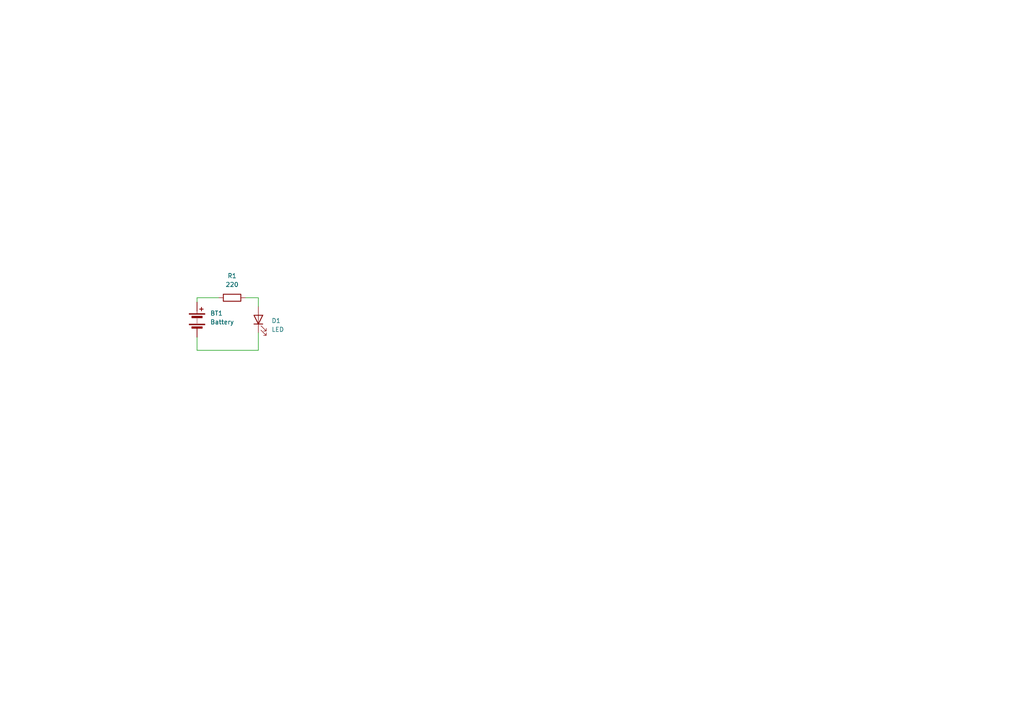
<source format=kicad_sch>
(kicad_sch
	(version 20231120)
	(generator "eeschema")
	(generator_version "8.0")
	(uuid "b1de18d3-cc1a-4078-a7b4-da2a00a7409d")
	(paper "A4")
	(lib_symbols
		(symbol "Device:Battery"
			(pin_numbers hide)
			(pin_names
				(offset 0) hide)
			(exclude_from_sim no)
			(in_bom yes)
			(on_board yes)
			(property "Reference" "BT"
				(at 2.54 2.54 0)
				(effects
					(font
						(size 1.27 1.27)
					)
					(justify left)
				)
			)
			(property "Value" "Battery"
				(at 2.54 0 0)
				(effects
					(font
						(size 1.27 1.27)
					)
					(justify left)
				)
			)
			(property "Footprint" ""
				(at 0 1.524 90)
				(effects
					(font
						(size 1.27 1.27)
					)
					(hide yes)
				)
			)
			(property "Datasheet" "~"
				(at 0 1.524 90)
				(effects
					(font
						(size 1.27 1.27)
					)
					(hide yes)
				)
			)
			(property "Description" "Multiple-cell battery"
				(at 0 0 0)
				(effects
					(font
						(size 1.27 1.27)
					)
					(hide yes)
				)
			)
			(property "ki_keywords" "batt voltage-source cell"
				(at 0 0 0)
				(effects
					(font
						(size 1.27 1.27)
					)
					(hide yes)
				)
			)
			(symbol "Battery_0_1"
				(rectangle
					(start -2.286 -1.27)
					(end 2.286 -1.524)
					(stroke
						(width 0)
						(type default)
					)
					(fill
						(type outline)
					)
				)
				(rectangle
					(start -2.286 1.778)
					(end 2.286 1.524)
					(stroke
						(width 0)
						(type default)
					)
					(fill
						(type outline)
					)
				)
				(rectangle
					(start -1.524 -2.032)
					(end 1.524 -2.54)
					(stroke
						(width 0)
						(type default)
					)
					(fill
						(type outline)
					)
				)
				(rectangle
					(start -1.524 1.016)
					(end 1.524 0.508)
					(stroke
						(width 0)
						(type default)
					)
					(fill
						(type outline)
					)
				)
				(polyline
					(pts
						(xy 0 -1.016) (xy 0 -0.762)
					)
					(stroke
						(width 0)
						(type default)
					)
					(fill
						(type none)
					)
				)
				(polyline
					(pts
						(xy 0 -0.508) (xy 0 -0.254)
					)
					(stroke
						(width 0)
						(type default)
					)
					(fill
						(type none)
					)
				)
				(polyline
					(pts
						(xy 0 0) (xy 0 0.254)
					)
					(stroke
						(width 0)
						(type default)
					)
					(fill
						(type none)
					)
				)
				(polyline
					(pts
						(xy 0 1.778) (xy 0 2.54)
					)
					(stroke
						(width 0)
						(type default)
					)
					(fill
						(type none)
					)
				)
				(polyline
					(pts
						(xy 0.762 3.048) (xy 1.778 3.048)
					)
					(stroke
						(width 0.254)
						(type default)
					)
					(fill
						(type none)
					)
				)
				(polyline
					(pts
						(xy 1.27 3.556) (xy 1.27 2.54)
					)
					(stroke
						(width 0.254)
						(type default)
					)
					(fill
						(type none)
					)
				)
			)
			(symbol "Battery_1_1"
				(pin passive line
					(at 0 5.08 270)
					(length 2.54)
					(name "+"
						(effects
							(font
								(size 1.27 1.27)
							)
						)
					)
					(number "1"
						(effects
							(font
								(size 1.27 1.27)
							)
						)
					)
				)
				(pin passive line
					(at 0 -5.08 90)
					(length 2.54)
					(name "-"
						(effects
							(font
								(size 1.27 1.27)
							)
						)
					)
					(number "2"
						(effects
							(font
								(size 1.27 1.27)
							)
						)
					)
				)
			)
		)
		(symbol "Device:LED"
			(pin_numbers hide)
			(pin_names
				(offset 1.016) hide)
			(exclude_from_sim no)
			(in_bom yes)
			(on_board yes)
			(property "Reference" "D"
				(at 0 2.54 0)
				(effects
					(font
						(size 1.27 1.27)
					)
				)
			)
			(property "Value" "LED"
				(at 0 -2.54 0)
				(effects
					(font
						(size 1.27 1.27)
					)
				)
			)
			(property "Footprint" ""
				(at 0 0 0)
				(effects
					(font
						(size 1.27 1.27)
					)
					(hide yes)
				)
			)
			(property "Datasheet" "~"
				(at 0 0 0)
				(effects
					(font
						(size 1.27 1.27)
					)
					(hide yes)
				)
			)
			(property "Description" "Light emitting diode"
				(at 0 0 0)
				(effects
					(font
						(size 1.27 1.27)
					)
					(hide yes)
				)
			)
			(property "ki_keywords" "LED diode"
				(at 0 0 0)
				(effects
					(font
						(size 1.27 1.27)
					)
					(hide yes)
				)
			)
			(property "ki_fp_filters" "LED* LED_SMD:* LED_THT:*"
				(at 0 0 0)
				(effects
					(font
						(size 1.27 1.27)
					)
					(hide yes)
				)
			)
			(symbol "LED_0_1"
				(polyline
					(pts
						(xy -1.27 -1.27) (xy -1.27 1.27)
					)
					(stroke
						(width 0.254)
						(type default)
					)
					(fill
						(type none)
					)
				)
				(polyline
					(pts
						(xy -1.27 0) (xy 1.27 0)
					)
					(stroke
						(width 0)
						(type default)
					)
					(fill
						(type none)
					)
				)
				(polyline
					(pts
						(xy 1.27 -1.27) (xy 1.27 1.27) (xy -1.27 0) (xy 1.27 -1.27)
					)
					(stroke
						(width 0.254)
						(type default)
					)
					(fill
						(type none)
					)
				)
				(polyline
					(pts
						(xy -3.048 -0.762) (xy -4.572 -2.286) (xy -3.81 -2.286) (xy -4.572 -2.286) (xy -4.572 -1.524)
					)
					(stroke
						(width 0)
						(type default)
					)
					(fill
						(type none)
					)
				)
				(polyline
					(pts
						(xy -1.778 -0.762) (xy -3.302 -2.286) (xy -2.54 -2.286) (xy -3.302 -2.286) (xy -3.302 -1.524)
					)
					(stroke
						(width 0)
						(type default)
					)
					(fill
						(type none)
					)
				)
			)
			(symbol "LED_1_1"
				(pin passive line
					(at -3.81 0 0)
					(length 2.54)
					(name "K"
						(effects
							(font
								(size 1.27 1.27)
							)
						)
					)
					(number "1"
						(effects
							(font
								(size 1.27 1.27)
							)
						)
					)
				)
				(pin passive line
					(at 3.81 0 180)
					(length 2.54)
					(name "A"
						(effects
							(font
								(size 1.27 1.27)
							)
						)
					)
					(number "2"
						(effects
							(font
								(size 1.27 1.27)
							)
						)
					)
				)
			)
		)
		(symbol "Device:R"
			(pin_numbers hide)
			(pin_names
				(offset 0)
			)
			(exclude_from_sim no)
			(in_bom yes)
			(on_board yes)
			(property "Reference" "R"
				(at 2.032 0 90)
				(effects
					(font
						(size 1.27 1.27)
					)
				)
			)
			(property "Value" "R"
				(at 0 0 90)
				(effects
					(font
						(size 1.27 1.27)
					)
				)
			)
			(property "Footprint" ""
				(at -1.778 0 90)
				(effects
					(font
						(size 1.27 1.27)
					)
					(hide yes)
				)
			)
			(property "Datasheet" "~"
				(at 0 0 0)
				(effects
					(font
						(size 1.27 1.27)
					)
					(hide yes)
				)
			)
			(property "Description" "Resistor"
				(at 0 0 0)
				(effects
					(font
						(size 1.27 1.27)
					)
					(hide yes)
				)
			)
			(property "ki_keywords" "R res resistor"
				(at 0 0 0)
				(effects
					(font
						(size 1.27 1.27)
					)
					(hide yes)
				)
			)
			(property "ki_fp_filters" "R_*"
				(at 0 0 0)
				(effects
					(font
						(size 1.27 1.27)
					)
					(hide yes)
				)
			)
			(symbol "R_0_1"
				(rectangle
					(start -1.016 -2.54)
					(end 1.016 2.54)
					(stroke
						(width 0.254)
						(type default)
					)
					(fill
						(type none)
					)
				)
			)
			(symbol "R_1_1"
				(pin passive line
					(at 0 3.81 270)
					(length 1.27)
					(name "~"
						(effects
							(font
								(size 1.27 1.27)
							)
						)
					)
					(number "1"
						(effects
							(font
								(size 1.27 1.27)
							)
						)
					)
				)
				(pin passive line
					(at 0 -3.81 90)
					(length 1.27)
					(name "~"
						(effects
							(font
								(size 1.27 1.27)
							)
						)
					)
					(number "2"
						(effects
							(font
								(size 1.27 1.27)
							)
						)
					)
				)
			)
		)
	)
	(wire
		(pts
			(xy 71.12 86.36) (xy 74.93 86.36)
		)
		(stroke
			(width 0)
			(type default)
		)
		(uuid "3546ef4f-5108-4f1f-9287-92c27b93fb6d")
	)
	(wire
		(pts
			(xy 57.15 86.36) (xy 63.5 86.36)
		)
		(stroke
			(width 0)
			(type default)
		)
		(uuid "5fe44565-f17a-4ee0-a1b7-bb4ddc32d872")
	)
	(wire
		(pts
			(xy 57.15 87.63) (xy 57.15 86.36)
		)
		(stroke
			(width 0)
			(type default)
		)
		(uuid "6836d2a8-0782-4452-adc3-3e4d176dd13d")
	)
	(wire
		(pts
			(xy 74.93 101.6) (xy 57.15 101.6)
		)
		(stroke
			(width 0)
			(type default)
		)
		(uuid "a02d5567-7b8e-4626-8d1d-9c5d316aa8a4")
	)
	(wire
		(pts
			(xy 74.93 96.52) (xy 74.93 101.6)
		)
		(stroke
			(width 0)
			(type default)
		)
		(uuid "a9c0fbbc-bb6e-45bb-88b8-5e86eeb2b5c0")
	)
	(wire
		(pts
			(xy 74.93 86.36) (xy 74.93 88.9)
		)
		(stroke
			(width 0)
			(type default)
		)
		(uuid "aab2253d-9cd2-4529-81e0-02290a23e652")
	)
	(wire
		(pts
			(xy 57.15 101.6) (xy 57.15 97.79)
		)
		(stroke
			(width 0)
			(type default)
		)
		(uuid "f05ad6f6-535d-4f6b-a889-8efa7695574f")
	)
	(symbol
		(lib_id "Device:Battery")
		(at 57.15 92.71 0)
		(unit 1)
		(exclude_from_sim no)
		(in_bom yes)
		(on_board yes)
		(dnp no)
		(uuid "340ef817-e9c8-48aa-9f93-668d317b6d77")
		(property "Reference" "BT1"
			(at 60.96 90.8684 0)
			(effects
				(font
					(size 1.27 1.27)
				)
				(justify left)
			)
		)
		(property "Value" "Battery"
			(at 60.96 93.4084 0)
			(effects
				(font
					(size 1.27 1.27)
				)
				(justify left)
			)
		)
		(property "Footprint" "Battery:BatteryHolder_Keystone_1060_1x2032"
			(at 57.15 91.186 90)
			(effects
				(font
					(size 1.27 1.27)
				)
				(hide yes)
			)
		)
		(property "Datasheet" "~"
			(at 57.15 91.186 90)
			(effects
				(font
					(size 1.27 1.27)
				)
				(hide yes)
			)
		)
		(property "Description" "Multiple-cell battery"
			(at 57.15 92.71 0)
			(effects
				(font
					(size 1.27 1.27)
				)
				(hide yes)
			)
		)
		(pin "2"
			(uuid "8daab82e-f44a-406e-a714-d26d7538d1f6")
		)
		(pin "1"
			(uuid "7b7325ce-1f37-469a-abff-d487546200f4")
		)
		(instances
			(project "KiCad"
				(path "/b1de18d3-cc1a-4078-a7b4-da2a00a7409d"
					(reference "BT1")
					(unit 1)
				)
			)
		)
	)
	(symbol
		(lib_id "Device:LED")
		(at 74.93 92.71 90)
		(unit 1)
		(exclude_from_sim no)
		(in_bom yes)
		(on_board yes)
		(dnp no)
		(fields_autoplaced yes)
		(uuid "6b1b5044-f8f1-4959-a09b-5966c441c273")
		(property "Reference" "D1"
			(at 78.74 93.0274 90)
			(effects
				(font
					(size 1.27 1.27)
				)
				(justify right)
			)
		)
		(property "Value" "LED"
			(at 78.74 95.5674 90)
			(effects
				(font
					(size 1.27 1.27)
				)
				(justify right)
			)
		)
		(property "Footprint" "LED_THT:LED_D8.0mm"
			(at 74.93 92.71 0)
			(effects
				(font
					(size 1.27 1.27)
				)
				(hide yes)
			)
		)
		(property "Datasheet" "~"
			(at 74.93 92.71 0)
			(effects
				(font
					(size 1.27 1.27)
				)
				(hide yes)
			)
		)
		(property "Description" "Light emitting diode"
			(at 74.93 92.71 0)
			(effects
				(font
					(size 1.27 1.27)
				)
				(hide yes)
			)
		)
		(pin "2"
			(uuid "1e2ab6fa-47b0-4fd6-b420-deeb71f809be")
		)
		(pin "1"
			(uuid "aff93930-77ea-45d4-9a96-25cb3ca300cb")
		)
		(instances
			(project "KiCad"
				(path "/b1de18d3-cc1a-4078-a7b4-da2a00a7409d"
					(reference "D1")
					(unit 1)
				)
			)
		)
	)
	(symbol
		(lib_id "Device:R")
		(at 67.31 86.36 90)
		(unit 1)
		(exclude_from_sim no)
		(in_bom yes)
		(on_board yes)
		(dnp no)
		(fields_autoplaced yes)
		(uuid "cd170ac2-6a72-438b-8813-d80c6847a356")
		(property "Reference" "R1"
			(at 67.31 80.01 90)
			(effects
				(font
					(size 1.27 1.27)
				)
			)
		)
		(property "Value" "220"
			(at 67.31 82.55 90)
			(effects
				(font
					(size 1.27 1.27)
				)
			)
		)
		(property "Footprint" "Resistor_THT:R_Axial_DIN0207_L6.3mm_D2.5mm_P10.16mm_Horizontal"
			(at 67.31 88.138 90)
			(effects
				(font
					(size 1.27 1.27)
				)
				(hide yes)
			)
		)
		(property "Datasheet" "~"
			(at 67.31 86.36 0)
			(effects
				(font
					(size 1.27 1.27)
				)
				(hide yes)
			)
		)
		(property "Description" "Resistor"
			(at 67.31 86.36 0)
			(effects
				(font
					(size 1.27 1.27)
				)
				(hide yes)
			)
		)
		(pin "2"
			(uuid "d6828d16-9f1e-4ef8-a879-4e1c246b8701")
		)
		(pin "1"
			(uuid "7c4f5a15-1818-43dd-a17f-6a37ac7c9aff")
		)
		(instances
			(project "KiCad"
				(path "/b1de18d3-cc1a-4078-a7b4-da2a00a7409d"
					(reference "R1")
					(unit 1)
				)
			)
		)
	)
	(sheet_instances
		(path "/"
			(page "1")
		)
	)
)
</source>
